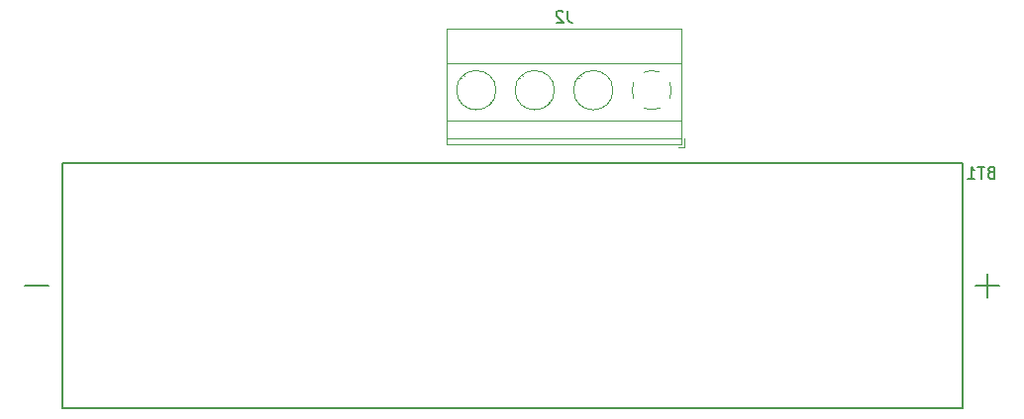
<source format=gbr>
%TF.GenerationSoftware,KiCad,Pcbnew,7.0.9*%
%TF.CreationDate,2024-03-18T18:38:54+01:00*%
%TF.ProjectId,esp32c3,65737033-3263-4332-9e6b-696361645f70,rev?*%
%TF.SameCoordinates,Original*%
%TF.FileFunction,Legend,Bot*%
%TF.FilePolarity,Positive*%
%FSLAX46Y46*%
G04 Gerber Fmt 4.6, Leading zero omitted, Abs format (unit mm)*
G04 Created by KiCad (PCBNEW 7.0.9) date 2024-03-18 18:38:54*
%MOMM*%
%LPD*%
G01*
G04 APERTURE LIST*
%ADD10C,0.150000*%
%ADD11C,0.120000*%
%ADD12C,0.127000*%
G04 APERTURE END LIST*
D10*
X158187333Y-52122819D02*
X158187333Y-52837104D01*
X158187333Y-52837104D02*
X158234952Y-52979961D01*
X158234952Y-52979961D02*
X158330190Y-53075200D01*
X158330190Y-53075200D02*
X158473047Y-53122819D01*
X158473047Y-53122819D02*
X158568285Y-53122819D01*
X157758761Y-52218057D02*
X157711142Y-52170438D01*
X157711142Y-52170438D02*
X157615904Y-52122819D01*
X157615904Y-52122819D02*
X157377809Y-52122819D01*
X157377809Y-52122819D02*
X157282571Y-52170438D01*
X157282571Y-52170438D02*
X157234952Y-52218057D01*
X157234952Y-52218057D02*
X157187333Y-52313295D01*
X157187333Y-52313295D02*
X157187333Y-52408533D01*
X157187333Y-52408533D02*
X157234952Y-52551390D01*
X157234952Y-52551390D02*
X157806380Y-53122819D01*
X157806380Y-53122819D02*
X157187333Y-53122819D01*
X194333714Y-65971009D02*
X194190857Y-66018628D01*
X194190857Y-66018628D02*
X194143238Y-66066247D01*
X194143238Y-66066247D02*
X194095619Y-66161485D01*
X194095619Y-66161485D02*
X194095619Y-66304342D01*
X194095619Y-66304342D02*
X194143238Y-66399580D01*
X194143238Y-66399580D02*
X194190857Y-66447200D01*
X194190857Y-66447200D02*
X194286095Y-66494819D01*
X194286095Y-66494819D02*
X194667047Y-66494819D01*
X194667047Y-66494819D02*
X194667047Y-65494819D01*
X194667047Y-65494819D02*
X194333714Y-65494819D01*
X194333714Y-65494819D02*
X194238476Y-65542438D01*
X194238476Y-65542438D02*
X194190857Y-65590057D01*
X194190857Y-65590057D02*
X194143238Y-65685295D01*
X194143238Y-65685295D02*
X194143238Y-65780533D01*
X194143238Y-65780533D02*
X194190857Y-65875771D01*
X194190857Y-65875771D02*
X194238476Y-65923390D01*
X194238476Y-65923390D02*
X194333714Y-65971009D01*
X194333714Y-65971009D02*
X194667047Y-65971009D01*
X193809904Y-65494819D02*
X193238476Y-65494819D01*
X193524190Y-66494819D02*
X193524190Y-65494819D01*
X192381333Y-66494819D02*
X192952761Y-66494819D01*
X192667047Y-66494819D02*
X192667047Y-65494819D01*
X192667047Y-65494819D02*
X192762285Y-65637676D01*
X192762285Y-65637676D02*
X192857523Y-65732914D01*
X192857523Y-65732914D02*
X192952761Y-65780533D01*
D11*
%TO.C,J2*%
X157034000Y-58928000D02*
G75*
G03*
X157034000Y-58928000I-1680000J0D01*
G01*
X162034000Y-58928000D02*
G75*
G03*
X162034000Y-58928000I-1680000J0D01*
G01*
X152034000Y-58928000D02*
G75*
G03*
X152034000Y-58928000I-1680000J0D01*
G01*
X166889427Y-59611042D02*
G75*
G03*
X166889000Y-58244000I-1535420J683041D01*
G01*
X165325195Y-60608252D02*
G75*
G03*
X166038000Y-60462999I28806J1680253D01*
G01*
X164670682Y-60462756D02*
G75*
G03*
X165354000Y-60608000I683318J1534756D01*
G01*
X163818574Y-58244958D02*
G75*
G03*
X163819000Y-59612000I1535426J-683042D01*
G01*
X166037042Y-57392573D02*
G75*
G03*
X164670000Y-57393000I-683041J-1535420D01*
G01*
X147793000Y-53667000D02*
X147793000Y-63588000D01*
X167914000Y-61528000D02*
X147793000Y-61528000D01*
X167914000Y-53667000D02*
X167914000Y-63588000D01*
X168154000Y-63088000D02*
X168154000Y-63828000D01*
X151581000Y-59951000D02*
X151628000Y-59997000D01*
X149079000Y-57859000D02*
X149126000Y-57905000D01*
X167914000Y-53667000D02*
X147793000Y-53667000D01*
X168154000Y-63828000D02*
X167654000Y-63828000D01*
X167914000Y-56627000D02*
X147793000Y-56627000D01*
X167914000Y-63588000D02*
X147793000Y-63588000D01*
X154284000Y-57653000D02*
X154319000Y-57689000D01*
X159284000Y-57653000D02*
X159319000Y-57689000D01*
X159079000Y-57859000D02*
X159126000Y-57905000D01*
X161581000Y-59951000D02*
X161628000Y-59997000D01*
X167914000Y-63028000D02*
X147793000Y-63028000D01*
X154079000Y-57859000D02*
X154126000Y-57905000D01*
X151388000Y-60167000D02*
X151423000Y-60202000D01*
X161388000Y-60167000D02*
X161423000Y-60202000D01*
X156581000Y-59951000D02*
X156628000Y-59997000D01*
X149284000Y-57653000D02*
X149319000Y-57689000D01*
X156388000Y-60167000D02*
X156423000Y-60202000D01*
D12*
%TO.C,BT1*%
X195046000Y-75692000D02*
X193046000Y-75692000D01*
X194046000Y-74692000D02*
X194046000Y-76692000D01*
X191896000Y-86182000D02*
X191896000Y-65202000D01*
X191896000Y-65202000D02*
X114936000Y-65202000D01*
X114936000Y-86182000D02*
X191896000Y-86182000D01*
X114936000Y-65202000D02*
X114936000Y-86182000D01*
X113786000Y-75692000D02*
X111786000Y-75692000D01*
%TD*%
M02*

</source>
